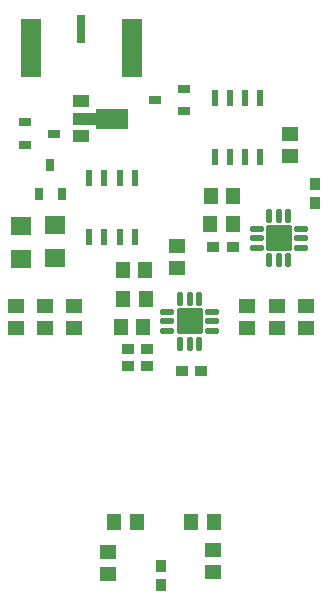
<source format=gtp>
%FSAX24Y24*%
%MOIN*%
G70*
G01*
G75*
G04 Layer_Color=8421504*
G04:AMPARAMS|DCode=10|XSize=59.1mil|YSize=51.2mil|CornerRadius=12.8mil|HoleSize=0mil|Usage=FLASHONLY|Rotation=180.000|XOffset=0mil|YOffset=0mil|HoleType=Round|Shape=RoundedRectangle|*
%AMROUNDEDRECTD10*
21,1,0.0591,0.0256,0,0,180.0*
21,1,0.0335,0.0512,0,0,180.0*
1,1,0.0256,-0.0167,0.0128*
1,1,0.0256,0.0167,0.0128*
1,1,0.0256,0.0167,-0.0128*
1,1,0.0256,-0.0167,-0.0128*
%
%ADD10ROUNDEDRECTD10*%
%ADD11O,0.0236X0.0827*%
G04:AMPARAMS|DCode=12|XSize=17.7mil|YSize=43.3mil|CornerRadius=4.4mil|HoleSize=0mil|Usage=FLASHONLY|Rotation=180.000|XOffset=0mil|YOffset=0mil|HoleType=Round|Shape=RoundedRectangle|*
%AMROUNDEDRECTD12*
21,1,0.0177,0.0344,0,0,180.0*
21,1,0.0089,0.0433,0,0,180.0*
1,1,0.0089,-0.0044,0.0172*
1,1,0.0089,0.0044,0.0172*
1,1,0.0089,0.0044,-0.0172*
1,1,0.0089,-0.0044,-0.0172*
%
%ADD12ROUNDEDRECTD12*%
G04:AMPARAMS|DCode=13|XSize=84.6mil|YSize=84.6mil|CornerRadius=4.2mil|HoleSize=0mil|Usage=FLASHONLY|Rotation=90.000|XOffset=0mil|YOffset=0mil|HoleType=Round|Shape=RoundedRectangle|*
%AMROUNDEDRECTD13*
21,1,0.0846,0.0762,0,0,90.0*
21,1,0.0762,0.0846,0,0,90.0*
1,1,0.0085,0.0381,0.0381*
1,1,0.0085,0.0381,-0.0381*
1,1,0.0085,-0.0381,-0.0381*
1,1,0.0085,-0.0381,0.0381*
%
%ADD13ROUNDEDRECTD13*%
G04:AMPARAMS|DCode=14|XSize=17.7mil|YSize=43.3mil|CornerRadius=4.4mil|HoleSize=0mil|Usage=FLASHONLY|Rotation=270.000|XOffset=0mil|YOffset=0mil|HoleType=Round|Shape=RoundedRectangle|*
%AMROUNDEDRECTD14*
21,1,0.0177,0.0344,0,0,270.0*
21,1,0.0089,0.0433,0,0,270.0*
1,1,0.0089,-0.0172,-0.0044*
1,1,0.0089,-0.0172,0.0044*
1,1,0.0089,0.0172,0.0044*
1,1,0.0089,0.0172,-0.0044*
%
%ADD14ROUNDEDRECTD14*%
G04:AMPARAMS|DCode=15|XSize=39.4mil|YSize=39.4mil|CornerRadius=9.8mil|HoleSize=0mil|Usage=FLASHONLY|Rotation=0.000|XOffset=0mil|YOffset=0mil|HoleType=Round|Shape=RoundedRectangle|*
%AMROUNDEDRECTD15*
21,1,0.0394,0.0197,0,0,0.0*
21,1,0.0197,0.0394,0,0,0.0*
1,1,0.0197,0.0098,-0.0098*
1,1,0.0197,-0.0098,-0.0098*
1,1,0.0197,-0.0098,0.0098*
1,1,0.0197,0.0098,0.0098*
%
%ADD15ROUNDEDRECTD15*%
G04:AMPARAMS|DCode=16|XSize=39.4mil|YSize=39.4mil|CornerRadius=9.8mil|HoleSize=0mil|Usage=FLASHONLY|Rotation=90.000|XOffset=0mil|YOffset=0mil|HoleType=Round|Shape=RoundedRectangle|*
%AMROUNDEDRECTD16*
21,1,0.0394,0.0197,0,0,90.0*
21,1,0.0197,0.0394,0,0,90.0*
1,1,0.0197,0.0098,0.0098*
1,1,0.0197,0.0098,-0.0098*
1,1,0.0197,-0.0098,-0.0098*
1,1,0.0197,-0.0098,0.0098*
%
%ADD16ROUNDEDRECTD16*%
G04:AMPARAMS|DCode=17|XSize=59.1mil|YSize=51.2mil|CornerRadius=12.8mil|HoleSize=0mil|Usage=FLASHONLY|Rotation=270.000|XOffset=0mil|YOffset=0mil|HoleType=Round|Shape=RoundedRectangle|*
%AMROUNDEDRECTD17*
21,1,0.0591,0.0256,0,0,270.0*
21,1,0.0335,0.0512,0,0,270.0*
1,1,0.0256,-0.0128,-0.0167*
1,1,0.0256,-0.0128,0.0167*
1,1,0.0256,0.0128,0.0167*
1,1,0.0256,0.0128,-0.0167*
%
%ADD17ROUNDEDRECTD17*%
G04:AMPARAMS|DCode=18|XSize=32mil|YSize=40mil|CornerRadius=4mil|HoleSize=0mil|Usage=FLASHONLY|Rotation=90.000|XOffset=0mil|YOffset=0mil|HoleType=Round|Shape=RoundedRectangle|*
%AMROUNDEDRECTD18*
21,1,0.0320,0.0320,0,0,90.0*
21,1,0.0240,0.0400,0,0,90.0*
1,1,0.0080,0.0160,0.0120*
1,1,0.0080,0.0160,-0.0120*
1,1,0.0080,-0.0160,-0.0120*
1,1,0.0080,-0.0160,0.0120*
%
%ADD18ROUNDEDRECTD18*%
G04:AMPARAMS|DCode=19|XSize=32mil|YSize=40mil|CornerRadius=4mil|HoleSize=0mil|Usage=FLASHONLY|Rotation=0.000|XOffset=0mil|YOffset=0mil|HoleType=Round|Shape=RoundedRectangle|*
%AMROUNDEDRECTD19*
21,1,0.0320,0.0320,0,0,0.0*
21,1,0.0240,0.0400,0,0,0.0*
1,1,0.0080,0.0120,-0.0160*
1,1,0.0080,-0.0120,-0.0160*
1,1,0.0080,-0.0120,0.0160*
1,1,0.0080,0.0120,0.0160*
%
%ADD19ROUNDEDRECTD19*%
G04:AMPARAMS|DCode=20|XSize=70.9mil|YSize=65mil|CornerRadius=4.9mil|HoleSize=0mil|Usage=FLASHONLY|Rotation=0.000|XOffset=0mil|YOffset=0mil|HoleType=Round|Shape=RoundedRectangle|*
%AMROUNDEDRECTD20*
21,1,0.0709,0.0552,0,0,0.0*
21,1,0.0611,0.0650,0,0,0.0*
1,1,0.0097,0.0306,-0.0276*
1,1,0.0097,-0.0306,-0.0276*
1,1,0.0097,-0.0306,0.0276*
1,1,0.0097,0.0306,0.0276*
%
%ADD20ROUNDEDRECTD20*%
%ADD21R,0.0630X0.1929*%
%ADD22R,0.0276X0.0925*%
%ADD23R,0.0512X0.0354*%
%ADD24R,0.0748X0.0354*%
%ADD25R,0.1063X0.0669*%
%ADD26C,0.0118*%
%ADD27C,0.0100*%
%ADD28C,0.0079*%
%ADD29C,0.0197*%
%ADD30R,0.0591X0.0256*%
%ADD31R,0.0394X0.0217*%
%ADD32R,0.0217X0.0394*%
%ADD33R,0.0256X0.0591*%
%ADD34C,0.0600*%
%ADD35R,0.0600X0.0600*%
%ADD36C,0.0591*%
G04:AMPARAMS|DCode=37|XSize=63mil|YSize=63mil|CornerRadius=7.9mil|HoleSize=0mil|Usage=FLASHONLY|Rotation=270.000|XOffset=0mil|YOffset=0mil|HoleType=Round|Shape=RoundedRectangle|*
%AMROUNDEDRECTD37*
21,1,0.0630,0.0472,0,0,270.0*
21,1,0.0472,0.0630,0,0,270.0*
1,1,0.0157,-0.0236,-0.0236*
1,1,0.0157,-0.0236,0.0236*
1,1,0.0157,0.0236,0.0236*
1,1,0.0157,0.0236,-0.0236*
%
%ADD37ROUNDEDRECTD37*%
%ADD38C,0.0630*%
G04:AMPARAMS|DCode=39|XSize=59.1mil|YSize=59.1mil|CornerRadius=14.8mil|HoleSize=0mil|Usage=FLASHONLY|Rotation=180.000|XOffset=0mil|YOffset=0mil|HoleType=Round|Shape=RoundedRectangle|*
%AMROUNDEDRECTD39*
21,1,0.0591,0.0295,0,0,180.0*
21,1,0.0295,0.0591,0,0,180.0*
1,1,0.0295,-0.0148,0.0148*
1,1,0.0295,0.0148,0.0148*
1,1,0.0295,0.0148,-0.0148*
1,1,0.0295,-0.0148,-0.0148*
%
%ADD39ROUNDEDRECTD39*%
G04:AMPARAMS|DCode=40|XSize=70.9mil|YSize=70.9mil|CornerRadius=17.7mil|HoleSize=0mil|Usage=FLASHONLY|Rotation=180.000|XOffset=0mil|YOffset=0mil|HoleType=Round|Shape=RoundedRectangle|*
%AMROUNDEDRECTD40*
21,1,0.0709,0.0354,0,0,180.0*
21,1,0.0354,0.0709,0,0,180.0*
1,1,0.0354,-0.0177,0.0177*
1,1,0.0354,0.0177,0.0177*
1,1,0.0354,0.0177,-0.0177*
1,1,0.0354,-0.0177,-0.0177*
%
%ADD40ROUNDEDRECTD40*%
%ADD41C,0.0709*%
%ADD42C,0.0256*%
%ADD43C,0.0098*%
%ADD44C,0.0059*%
%ADD45C,0.0039*%
%ADD46R,0.0551X0.0472*%
%ADD47R,0.0226X0.0581*%
%ADD48R,0.0374X0.0384*%
%ADD49R,0.0384X0.0374*%
%ADD50R,0.0472X0.0551*%
%ADD51R,0.0394X0.0315*%
%ADD52R,0.0315X0.0394*%
%ADD53R,0.0669X0.0620*%
G04:AMPARAMS|DCode=54|XSize=21.7mil|YSize=47.2mil|CornerRadius=6.4mil|HoleSize=0mil|Usage=FLASHONLY|Rotation=180.000|XOffset=0mil|YOffset=0mil|HoleType=Round|Shape=RoundedRectangle|*
%AMROUNDEDRECTD54*
21,1,0.0217,0.0344,0,0,180.0*
21,1,0.0089,0.0472,0,0,180.0*
1,1,0.0128,-0.0044,0.0172*
1,1,0.0128,0.0044,0.0172*
1,1,0.0128,0.0044,-0.0172*
1,1,0.0128,-0.0044,-0.0172*
%
%ADD54ROUNDEDRECTD54*%
G04:AMPARAMS|DCode=55|XSize=88.6mil|YSize=88.6mil|CornerRadius=6.2mil|HoleSize=0mil|Usage=FLASHONLY|Rotation=90.000|XOffset=0mil|YOffset=0mil|HoleType=Round|Shape=RoundedRectangle|*
%AMROUNDEDRECTD55*
21,1,0.0886,0.0762,0,0,90.0*
21,1,0.0762,0.0886,0,0,90.0*
1,1,0.0124,0.0381,0.0381*
1,1,0.0124,0.0381,-0.0381*
1,1,0.0124,-0.0381,-0.0381*
1,1,0.0124,-0.0381,0.0381*
%
%ADD55ROUNDEDRECTD55*%
G04:AMPARAMS|DCode=56|XSize=21.7mil|YSize=47.2mil|CornerRadius=6.4mil|HoleSize=0mil|Usage=FLASHONLY|Rotation=270.000|XOffset=0mil|YOffset=0mil|HoleType=Round|Shape=RoundedRectangle|*
%AMROUNDEDRECTD56*
21,1,0.0217,0.0344,0,0,270.0*
21,1,0.0089,0.0472,0,0,270.0*
1,1,0.0128,-0.0172,-0.0044*
1,1,0.0128,-0.0172,0.0044*
1,1,0.0128,0.0172,0.0044*
1,1,0.0128,0.0172,-0.0044*
%
%ADD56ROUNDEDRECTD56*%
%ADD57R,0.0669X0.1969*%
%ADD58R,0.0315X0.0965*%
%ADD59R,0.0551X0.0394*%
%ADD60R,0.0787X0.0394*%
%ADD61R,0.1102X0.0709*%
D46*
X048091Y028602D02*
D03*
X048091Y029350D02*
D03*
X044606Y028524D02*
D03*
X044606Y029272D02*
D03*
X041526Y037480D02*
D03*
Y036732D02*
D03*
X051181Y037480D02*
D03*
Y036732D02*
D03*
X042500Y037480D02*
D03*
X042500Y036732D02*
D03*
X050217Y037480D02*
D03*
Y036732D02*
D03*
X043465Y037470D02*
D03*
X043465Y036722D02*
D03*
X049232Y037480D02*
D03*
Y036732D02*
D03*
X050669Y043209D02*
D03*
X050669Y042461D02*
D03*
X046900Y039478D02*
D03*
Y038730D02*
D03*
D47*
X049670Y042436D02*
D03*
X049168D02*
D03*
X048666D02*
D03*
X048164D02*
D03*
X049670Y044414D02*
D03*
X049168D02*
D03*
X048666D02*
D03*
X048164D02*
D03*
X045477Y039769D02*
D03*
X044975D02*
D03*
X044473D02*
D03*
X043971D02*
D03*
X045477Y041747D02*
D03*
X044975D02*
D03*
X044473D02*
D03*
X043971D02*
D03*
D48*
X051476Y040910D02*
D03*
X051476Y041550D02*
D03*
X046358Y028814D02*
D03*
Y028174D02*
D03*
D49*
X047702Y035305D02*
D03*
X047062Y035305D02*
D03*
X045881Y035463D02*
D03*
X045241Y035463D02*
D03*
X048745Y039439D02*
D03*
X048105Y039439D02*
D03*
X045881Y036033D02*
D03*
X045241Y036033D02*
D03*
D50*
X044803Y030266D02*
D03*
X045551Y030266D02*
D03*
X048110D02*
D03*
X047362Y030266D02*
D03*
X048012Y041132D02*
D03*
X048760Y041132D02*
D03*
X045079Y038661D02*
D03*
X045827Y038661D02*
D03*
X045098Y037717D02*
D03*
X045846D02*
D03*
X045020Y036772D02*
D03*
X045768D02*
D03*
X048002Y040207D02*
D03*
X048750Y040207D02*
D03*
D51*
X047136Y043967D02*
D03*
Y044715D02*
D03*
X046171Y044341D02*
D03*
X042795Y043218D02*
D03*
X041831Y042844D02*
D03*
Y043593D02*
D03*
D52*
X042293Y041201D02*
D03*
X043041D02*
D03*
X042667Y042165D02*
D03*
D53*
X041693Y040143D02*
D03*
Y039031D02*
D03*
X042835Y040172D02*
D03*
Y039060D02*
D03*
D54*
X049970Y038992D02*
D03*
X050285D02*
D03*
X050600D02*
D03*
X049970Y040472D02*
D03*
X050285D02*
D03*
X050600D02*
D03*
X046998Y036217D02*
D03*
X047313D02*
D03*
X047628D02*
D03*
X046998Y037697D02*
D03*
X047313D02*
D03*
X047628D02*
D03*
D55*
X050285Y039732D02*
D03*
X047313Y036957D02*
D03*
D56*
X051026Y040047D02*
D03*
Y039732D02*
D03*
Y039417D02*
D03*
X049545D02*
D03*
Y039732D02*
D03*
Y040047D02*
D03*
X048053Y037272D02*
D03*
Y036957D02*
D03*
Y036642D02*
D03*
X046573D02*
D03*
Y036957D02*
D03*
Y037272D02*
D03*
D57*
X042028Y046083D02*
D03*
X045374D02*
D03*
D58*
X043701Y046703D02*
D03*
D59*
X043705Y044301D02*
D03*
Y043120D02*
D03*
D60*
X043823Y043711D02*
D03*
D61*
X044728D02*
D03*
M02*

</source>
